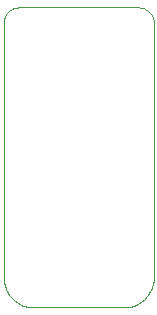
<source format=gko>
G75*
%MOIN*%
%OFA0B0*%
%FSLAX24Y24*%
%IPPOS*%
%LPD*%
%AMOC8*
5,1,8,0,0,1.08239X$1,22.5*
%
%ADD10C,0.0000*%
D10*
X000300Y001517D02*
X000300Y010017D01*
X000302Y010061D01*
X000308Y010104D01*
X000317Y010146D01*
X000330Y010188D01*
X000347Y010228D01*
X000367Y010267D01*
X000390Y010304D01*
X000417Y010338D01*
X000446Y010371D01*
X000479Y010400D01*
X000513Y010427D01*
X000550Y010450D01*
X000589Y010470D01*
X000629Y010487D01*
X000671Y010500D01*
X000713Y010509D01*
X000756Y010515D01*
X000800Y010517D01*
X004800Y010517D01*
X004844Y010515D01*
X004887Y010509D01*
X004929Y010500D01*
X004971Y010487D01*
X005011Y010470D01*
X005050Y010450D01*
X005087Y010427D01*
X005121Y010400D01*
X005154Y010371D01*
X005183Y010338D01*
X005210Y010304D01*
X005233Y010267D01*
X005253Y010228D01*
X005270Y010188D01*
X005283Y010146D01*
X005292Y010104D01*
X005298Y010061D01*
X005300Y010017D01*
X005300Y001517D01*
X005298Y001457D01*
X005293Y001396D01*
X005284Y001337D01*
X005271Y001278D01*
X005255Y001219D01*
X005235Y001162D01*
X005212Y001107D01*
X005185Y001052D01*
X005156Y001000D01*
X005123Y000949D01*
X005087Y000900D01*
X005049Y000854D01*
X005007Y000810D01*
X004963Y000768D01*
X004917Y000730D01*
X004868Y000694D01*
X004817Y000661D01*
X004765Y000632D01*
X004710Y000605D01*
X004655Y000582D01*
X004598Y000562D01*
X004539Y000546D01*
X004480Y000533D01*
X004421Y000524D01*
X004360Y000519D01*
X004300Y000517D01*
X001300Y000517D01*
X001240Y000519D01*
X001179Y000524D01*
X001120Y000533D01*
X001061Y000546D01*
X001002Y000562D01*
X000945Y000582D01*
X000890Y000605D01*
X000835Y000632D01*
X000783Y000661D01*
X000732Y000694D01*
X000683Y000730D01*
X000637Y000768D01*
X000593Y000810D01*
X000551Y000854D01*
X000513Y000900D01*
X000477Y000949D01*
X000444Y001000D01*
X000415Y001052D01*
X000388Y001107D01*
X000365Y001162D01*
X000345Y001219D01*
X000329Y001278D01*
X000316Y001337D01*
X000307Y001396D01*
X000302Y001457D01*
X000300Y001517D01*
M02*

</source>
